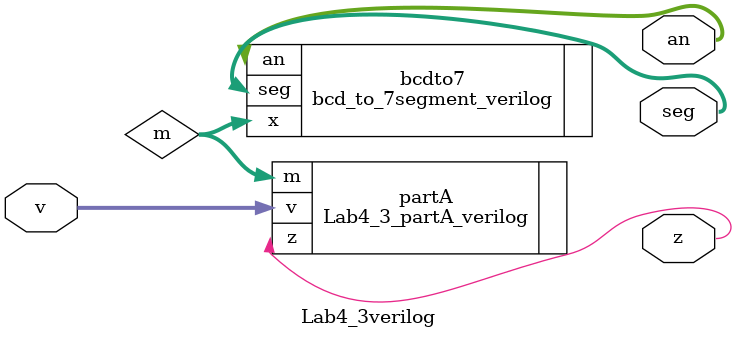
<source format=v>
`timescale 1ns / 1ps


module Lab4_3verilog(
    input [3:0]v,
    output z,
    output [7:0]an,
    output [6:0]seg
    );
    wire [3:0]m;
    Lab4_3_partA_verilog partA(.v(v), .z(z), .m(m));
    bcd_to_7segment_verilog bcdto7(.x(m), .an(an), .seg(seg));
endmodule

</source>
